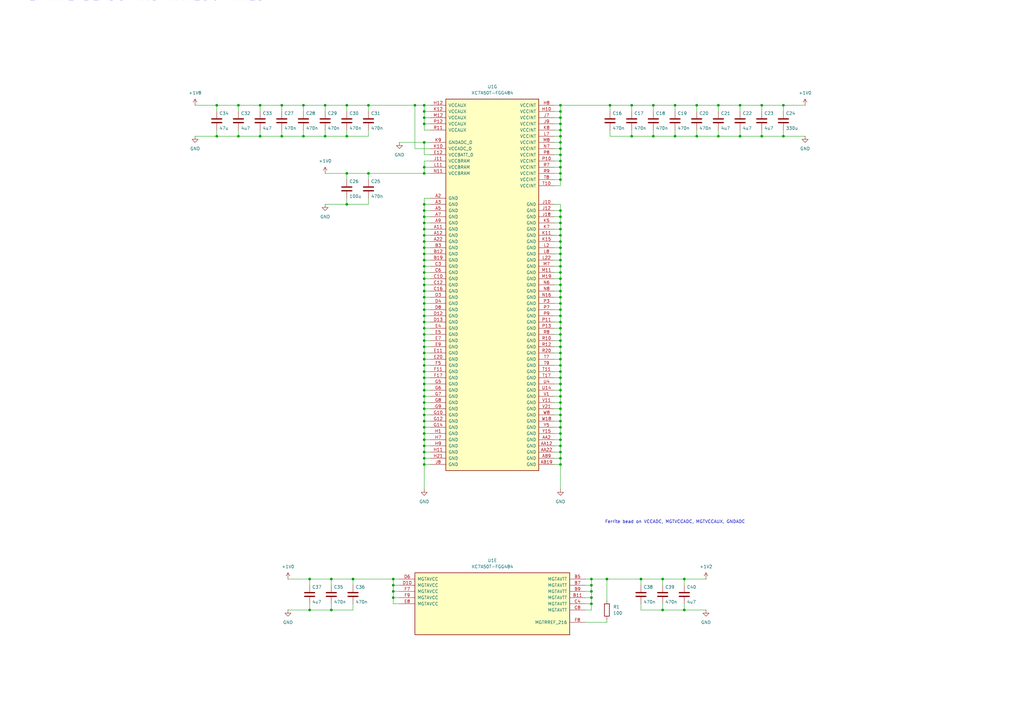
<source format=kicad_sch>
(kicad_sch (version 20250114) (generator "eeschema") (generator_version "9.0")
  (paper "A3")
  (text "FERRITE BEADS AND ANALOG RAILS" (at 58.42 -1.524 0) (effects (font (size 3.81 3.81))))
  (text "Ferrite bead on VCCADC, MGTVCCADC, MGTVCCAUX, GNDADC" (at 276.86 214.122 0) (effects (font (size 1.27 1.27))))
  (junction (at 229.87 167.64))
  (junction (at 229.87 172.72))
  (junction (at 312.42 43.18))
  (junction (at 173.99 106.68))
  (junction (at 229.87 109.22))
  (junction (at 115.57 55.88))
  (junction (at 229.87 111.76))
  (junction (at 229.87 175.26))
  (junction (at 229.87 152.4))
  (junction (at 229.87 190.5))
  (junction (at 229.87 149.86))
  (junction (at 173.99 111.76))
  (junction (at 173.99 86.36))
  (junction (at 242.57 237.49))
  (junction (at 173.99 45.72))
  (junction (at 124.46 43.18))
  (junction (at 88.9 55.88))
  (junction (at 321.31 43.18))
  (junction (at 229.87 132.08))
  (junction (at 229.87 160.02))
  (junction (at 173.99 170.18))
  (junction (at 229.87 144.78))
  (junction (at 229.87 43.18))
  (junction (at 229.87 71.12))
  (junction (at 229.87 157.48))
  (junction (at 173.99 101.6))
  (junction (at 173.99 132.08))
  (junction (at 127 237.49))
  (junction (at 229.87 170.18))
  (junction (at 250.19 43.18))
  (junction (at 173.99 187.96))
  (junction (at 229.87 60.96))
  (junction (at 173.99 175.26))
  (junction (at 127 250.19))
  (junction (at 173.99 50.8))
  (junction (at 229.87 63.5))
  (junction (at 173.99 121.92))
  (junction (at 97.79 55.88))
  (junction (at 173.99 71.12))
  (junction (at 124.46 55.88))
  (junction (at 229.87 93.98))
  (junction (at 173.99 165.1))
  (junction (at 229.87 104.14))
  (junction (at 303.53 43.18))
  (junction (at 242.57 245.11))
  (junction (at 259.08 43.18))
  (junction (at 133.35 43.18))
  (junction (at 229.87 177.8))
  (junction (at 161.29 237.49))
  (junction (at 173.99 83.82))
  (junction (at 262.89 237.49))
  (junction (at 173.99 147.32))
  (junction (at 303.53 55.88))
  (junction (at 142.24 83.82))
  (junction (at 229.87 88.9))
  (junction (at 294.64 55.88))
  (junction (at 229.87 53.34))
  (junction (at 173.99 119.38))
  (junction (at 285.75 55.88))
  (junction (at 229.87 124.46))
  (junction (at 229.87 180.34))
  (junction (at 173.99 93.98))
  (junction (at 276.86 43.18))
  (junction (at 229.87 119.38))
  (junction (at 173.99 104.14))
  (junction (at 142.24 71.12))
  (junction (at 267.97 43.18))
  (junction (at 173.99 114.3))
  (junction (at 229.87 139.7))
  (junction (at 173.99 116.84))
  (junction (at 173.99 99.06))
  (junction (at 229.87 106.68))
  (junction (at 321.31 55.88))
  (junction (at 173.99 177.8))
  (junction (at 173.99 124.46))
  (junction (at 115.57 43.18))
  (junction (at 173.99 109.22))
  (junction (at 97.79 43.18))
  (junction (at 229.87 165.1))
  (junction (at 229.87 55.88))
  (junction (at 312.42 55.88))
  (junction (at 173.99 167.64))
  (junction (at 170.18 43.18))
  (junction (at 229.87 66.04))
  (junction (at 242.57 240.03))
  (junction (at 259.08 55.88))
  (junction (at 173.99 160.02))
  (junction (at 173.99 190.5))
  (junction (at 285.75 43.18))
  (junction (at 229.87 45.72))
  (junction (at 242.57 242.57))
  (junction (at 133.35 55.88))
  (junction (at 173.99 157.48))
  (junction (at 173.99 96.52))
  (junction (at 173.99 142.24))
  (junction (at 280.67 237.49))
  (junction (at 229.87 182.88))
  (junction (at 242.57 247.65))
  (junction (at 229.87 134.62))
  (junction (at 142.24 43.18))
  (junction (at 229.87 121.92))
  (junction (at 229.87 154.94))
  (junction (at 173.99 129.54))
  (junction (at 229.87 147.32))
  (junction (at 173.99 182.88))
  (junction (at 173.99 43.18))
  (junction (at 173.99 134.62))
  (junction (at 229.87 91.44))
  (junction (at 173.99 91.44))
  (junction (at 173.99 162.56))
  (junction (at 229.87 127))
  (junction (at 229.87 96.52))
  (junction (at 161.29 240.03))
  (junction (at 135.89 237.49))
  (junction (at 229.87 129.54))
  (junction (at 161.29 245.11))
  (junction (at 173.99 48.26))
  (junction (at 248.92 237.49))
  (junction (at 173.99 88.9))
  (junction (at 229.87 48.26))
  (junction (at 106.68 43.18))
  (junction (at 229.87 114.3))
  (junction (at 229.87 142.24))
  (junction (at 173.99 68.58))
  (junction (at 229.87 187.96))
  (junction (at 88.9 43.18))
  (junction (at 229.87 101.6))
  (junction (at 294.64 43.18))
  (junction (at 173.99 149.86))
  (junction (at 229.87 162.56))
  (junction (at 229.87 50.8))
  (junction (at 229.87 73.66))
  (junction (at 229.87 86.36))
  (junction (at 229.87 68.58))
  (junction (at 161.29 242.57))
  (junction (at 229.87 185.42))
  (junction (at 173.99 152.4))
  (junction (at 173.99 137.16))
  (junction (at 229.87 137.16))
  (junction (at 173.99 58.42))
  (junction (at 151.13 71.12))
  (junction (at 267.97 55.88))
  (junction (at 173.99 172.72))
  (junction (at 135.89 250.19))
  (junction (at 271.78 250.19))
  (junction (at 280.67 250.19))
  (junction (at 229.87 58.42))
  (junction (at 271.78 237.49))
  (junction (at 173.99 185.42))
  (junction (at 276.86 55.88))
  (junction (at 173.99 127))
  (junction (at 173.99 180.34))
  (junction (at 144.78 237.49))
  (junction (at 173.99 139.7))
  (junction (at 173.99 154.94))
  (junction (at 173.99 144.78))
  (junction (at 229.87 99.06))
  (junction (at 229.87 116.84))
  (junction (at 151.13 43.18))
  (junction (at 106.68 55.88))
  (junction (at 142.24 55.88))
  (wire (pts (xy 173.99 68.58) (xy 173.99 71.12)))
  (wire (pts (xy 248.92 237.49) (xy 242.57 237.49)))
  (wire (pts (xy 173.99 104.14) (xy 176.53 104.14)))
  (wire (pts (xy 229.87 93.98) (xy 229.87 96.52)))
  (wire (pts (xy 173.99 137.16) (xy 176.53 137.16)))
  (wire (pts (xy 229.87 157.48) (xy 229.87 160.02)))
  (wire (pts (xy 173.99 190.5) (xy 173.99 200.66)))
  (wire (pts (xy 227.33 187.96) (xy 229.87 187.96)))
  (wire (pts (xy 173.99 104.14) (xy 173.99 106.68)))
  (wire (pts (xy 173.99 101.6) (xy 173.99 104.14)))
  (wire (pts (xy 173.99 50.8) (xy 176.53 50.8)))
  (wire (pts (xy 303.53 43.18) (xy 294.64 43.18)))
  (wire (pts (xy 173.99 177.8) (xy 173.99 180.34)))
  (wire (pts (xy 242.57 242.57) (xy 240.03 242.57)))
  (wire (pts (xy 250.19 53.34) (xy 250.19 55.88)))
  (wire (pts (xy 259.08 55.88) (xy 250.19 55.88)))
  (wire (pts (xy 173.99 93.98) (xy 176.53 93.98)))
  (wire (pts (xy 229.87 142.24) (xy 229.87 144.78)))
  (wire (pts (xy 142.24 83.82) (xy 151.13 83.82)))
  (wire (pts (xy 173.99 132.08) (xy 173.99 134.62)))
  (wire (pts (xy 248.92 237.49) (xy 248.92 246.38)))
  (wire (pts (xy 248.92 255.27) (xy 248.92 254)))
  (wire (pts (xy 88.9 43.18) (xy 88.9 45.72)))
  (wire (pts (xy 124.46 45.72) (xy 124.46 43.18)))
  (wire (pts (xy 227.33 121.92) (xy 229.87 121.92)))
  (wire (pts (xy 321.31 53.34) (xy 321.31 55.88)))
  (wire (pts (xy 173.99 68.58) (xy 176.53 68.58)))
  (wire (pts (xy 127 237.49) (xy 127 240.03)))
  (wire (pts (xy 227.33 162.56) (xy 229.87 162.56)))
  (wire (pts (xy 173.99 88.9) (xy 176.53 88.9)))
  (wire (pts (xy 80.01 43.18) (xy 88.9 43.18)))
  (wire (pts (xy 173.99 154.94) (xy 173.99 157.48)))
  (wire (pts (xy 229.87 167.64) (xy 229.87 170.18)))
  (wire (pts (xy 229.87 152.4) (xy 229.87 154.94)))
  (wire (pts (xy 229.87 111.76) (xy 229.87 114.3)))
  (wire (pts (xy 173.99 45.72) (xy 173.99 48.26)))
  (wire (pts (xy 229.87 185.42) (xy 229.87 187.96)))
  (wire (pts (xy 229.87 190.5) (xy 229.87 200.66)))
  (wire (pts (xy 229.87 99.06) (xy 229.87 101.6)))
  (wire (pts (xy 285.75 55.88) (xy 276.86 55.88)))
  (wire (pts (xy 229.87 53.34) (xy 229.87 55.88)))
  (wire (pts (xy 227.33 88.9) (xy 229.87 88.9)))
  (wire (pts (xy 173.99 93.98) (xy 173.99 96.52)))
  (wire (pts (xy 330.2 55.88) (xy 321.31 55.88)))
  (wire (pts (xy 227.33 71.12) (xy 229.87 71.12)))
  (wire (pts (xy 227.33 58.42) (xy 229.87 58.42)))
  (wire (pts (xy 173.99 154.94) (xy 176.53 154.94)))
  (wire (pts (xy 227.33 91.44) (xy 229.87 91.44)))
  (wire (pts (xy 173.99 139.7) (xy 173.99 142.24)))
  (wire (pts (xy 97.79 55.88) (xy 106.68 55.88)))
  (wire (pts (xy 242.57 240.03) (xy 242.57 242.57)))
  (wire (pts (xy 248.92 237.49) (xy 262.89 237.49)))
  (wire (pts (xy 173.99 152.4) (xy 173.99 154.94)))
  (wire (pts (xy 227.33 182.88) (xy 229.87 182.88)))
  (wire (pts (xy 250.19 43.18) (xy 229.87 43.18)))
  (wire (pts (xy 229.87 114.3) (xy 229.87 116.84)))
  (wire (pts (xy 173.99 142.24) (xy 173.99 144.78)))
  (wire (pts (xy 294.64 55.88) (xy 285.75 55.88)))
  (wire (pts (xy 321.31 55.88) (xy 312.42 55.88)))
  (wire (pts (xy 229.87 127) (xy 229.87 129.54)))
  (wire (pts (xy 242.57 237.49) (xy 242.57 240.03)))
  (wire (pts (xy 161.29 242.57) (xy 161.29 245.11)))
  (wire (pts (xy 173.99 157.48) (xy 173.99 160.02)))
  (wire (pts (xy 173.99 119.38) (xy 173.99 121.92)))
  (wire (pts (xy 97.79 43.18) (xy 106.68 43.18)))
  (wire (pts (xy 151.13 43.18) (xy 170.18 43.18)))
  (wire (pts (xy 142.24 43.18) (xy 151.13 43.18)))
  (wire (pts (xy 227.33 104.14) (xy 229.87 104.14)))
  (wire (pts (xy 115.57 55.88) (xy 124.46 55.88)))
  (wire (pts (xy 271.78 237.49) (xy 280.67 237.49)))
  (wire (pts (xy 229.87 66.04) (xy 229.87 68.58)))
  (wire (pts (xy 173.99 106.68) (xy 176.53 106.68)))
  (wire (pts (xy 127 237.49) (xy 135.89 237.49)))
  (wire (pts (xy 229.87 63.5) (xy 229.87 66.04)))
  (wire (pts (xy 227.33 55.88) (xy 229.87 55.88)))
  (wire (pts (xy 227.33 180.34) (xy 229.87 180.34)))
  (wire (pts (xy 173.99 160.02) (xy 173.99 162.56)))
  (wire (pts (xy 294.64 43.18) (xy 294.64 45.72)))
  (wire (pts (xy 227.33 119.38) (xy 229.87 119.38)))
  (wire (pts (xy 312.42 43.18) (xy 303.53 43.18)))
  (wire (pts (xy 227.33 101.6) (xy 229.87 101.6)))
  (wire (pts (xy 227.33 190.5) (xy 229.87 190.5)))
  (wire (pts (xy 229.87 60.96) (xy 229.87 63.5)))
  (wire (pts (xy 173.99 187.96) (xy 173.99 190.5)))
  (wire (pts (xy 124.46 55.88) (xy 124.46 53.34)))
  (wire (pts (xy 227.33 137.16) (xy 229.87 137.16)))
  (wire (pts (xy 124.46 43.18) (xy 133.35 43.18)))
  (wire (pts (xy 97.79 55.88) (xy 97.79 53.34)))
  (wire (pts (xy 229.87 45.72) (xy 229.87 48.26)))
  (wire (pts (xy 227.33 132.08) (xy 229.87 132.08)))
  (wire (pts (xy 173.99 114.3) (xy 173.99 116.84)))
  (wire (pts (xy 173.99 83.82) (xy 173.99 86.36)))
  (wire (pts (xy 227.33 60.96) (xy 229.87 60.96)))
  (wire (pts (xy 227.33 53.34) (xy 229.87 53.34)))
  (wire (pts (xy 142.24 55.88) (xy 151.13 55.88)))
  (wire (pts (xy 173.99 68.58) (xy 173.99 66.04)))
  (wire (pts (xy 227.33 66.04) (xy 229.87 66.04)))
  (wire (pts (xy 161.29 245.11) (xy 161.29 247.65)))
  (wire (pts (xy 127 250.19) (xy 135.89 250.19)))
  (wire (pts (xy 173.99 91.44) (xy 173.99 93.98)))
  (wire (pts (xy 173.99 180.34) (xy 173.99 182.88)))
  (wire (pts (xy 173.99 106.68) (xy 173.99 109.22)))
  (wire (pts (xy 229.87 101.6) (xy 229.87 104.14)))
  (wire (pts (xy 124.46 55.88) (xy 133.35 55.88)))
  (wire (pts (xy 115.57 55.88) (xy 115.57 53.34)))
  (wire (pts (xy 173.99 96.52) (xy 176.53 96.52)))
  (wire (pts (xy 276.86 43.18) (xy 276.86 45.72)))
  (wire (pts (xy 173.99 149.86) (xy 176.53 149.86)))
  (wire (pts (xy 173.99 121.92) (xy 176.53 121.92)))
  (wire (pts (xy 267.97 55.88) (xy 259.08 55.88)))
  (wire (pts (xy 173.99 182.88) (xy 173.99 185.42)))
  (wire (pts (xy 173.99 147.32) (xy 176.53 147.32)))
  (wire (pts (xy 173.99 142.24) (xy 176.53 142.24)))
  (wire (pts (xy 227.33 106.68) (xy 229.87 106.68)))
  (wire (pts (xy 173.99 167.64) (xy 176.53 167.64)))
  (wire (pts (xy 229.87 187.96) (xy 229.87 190.5)))
  (wire (pts (xy 173.99 187.96) (xy 176.53 187.96)))
  (wire (pts (xy 173.99 175.26) (xy 173.99 177.8)))
  (wire (pts (xy 173.99 172.72) (xy 176.53 172.72)))
  (wire (pts (xy 173.99 121.92) (xy 173.99 124.46)))
  (wire (pts (xy 133.35 83.82) (xy 142.24 83.82)))
  (wire (pts (xy 262.89 240.03) (xy 262.89 237.49)))
  (wire (pts (xy 227.33 152.4) (xy 229.87 152.4)))
  (wire (pts (xy 173.99 180.34) (xy 176.53 180.34)))
  (wire (pts (xy 163.83 58.42) (xy 173.99 58.42)))
  (wire (pts (xy 161.29 247.65) (xy 163.83 247.65)))
  (wire (pts (xy 173.99 190.5) (xy 176.53 190.5)))
  (wire (pts (xy 176.53 60.96) (xy 170.18 60.96)))
  (wire (pts (xy 312.42 53.34) (xy 312.42 55.88)))
  (wire (pts (xy 229.87 175.26) (xy 229.87 177.8)))
  (wire (pts (xy 227.33 167.64) (xy 229.87 167.64)))
  (wire (pts (xy 173.99 129.54) (xy 176.53 129.54)))
  (wire (pts (xy 135.89 250.19) (xy 144.78 250.19)))
  (wire (pts (xy 173.99 111.76) (xy 173.99 114.3)))
  (wire (pts (xy 227.33 142.24) (xy 229.87 142.24)))
  (wire (pts (xy 173.99 86.36) (xy 173.99 88.9)))
  (wire (pts (xy 289.56 250.19) (xy 280.67 250.19)))
  (wire (pts (xy 173.99 81.28) (xy 173.99 83.82)))
  (wire (pts (xy 229.87 139.7) (xy 229.87 142.24)))
  (wire (pts (xy 229.87 86.36) (xy 229.87 88.9)))
  (wire (pts (xy 229.87 119.38) (xy 229.87 121.92)))
  (wire (pts (xy 259.08 53.34) (xy 259.08 55.88)))
  (wire (pts (xy 262.89 237.49) (xy 271.78 237.49)))
  (wire (pts (xy 242.57 247.65) (xy 242.57 250.19)))
  (wire (pts (xy 133.35 55.88) (xy 133.35 53.34)))
  (wire (pts (xy 229.87 116.84) (xy 229.87 119.38)))
  (wire (pts (xy 133.35 45.72) (xy 133.35 43.18)))
  (wire (pts (xy 229.87 137.16) (xy 229.87 139.7)))
  (wire (pts (xy 229.87 68.58) (xy 229.87 71.12)))
  (wire (pts (xy 170.18 43.18) (xy 170.18 60.96)))
  (wire (pts (xy 142.24 45.72) (xy 142.24 43.18)))
  (wire (pts (xy 227.33 83.82) (xy 229.87 83.82)))
  (wire (pts (xy 173.99 185.42) (xy 173.99 187.96)))
  (wire (pts (xy 229.87 50.8) (xy 229.87 53.34)))
  (wire (pts (xy 173.99 63.5) (xy 173.99 58.42)))
  (wire (pts (xy 106.68 55.88) (xy 115.57 55.88)))
  (wire (pts (xy 229.87 165.1) (xy 229.87 167.64)))
  (wire (pts (xy 144.78 240.03) (xy 144.78 237.49)))
  (wire (pts (xy 312.42 43.18) (xy 312.42 45.72)))
  (wire (pts (xy 227.33 45.72) (xy 229.87 45.72)))
  (wire (pts (xy 267.97 45.72) (xy 267.97 43.18)))
  (wire (pts (xy 127 250.19) (xy 127 247.65)))
  (wire (pts (xy 227.33 73.66) (xy 229.87 73.66)))
  (wire (pts (xy 161.29 240.03) (xy 163.83 240.03)))
  (wire (pts (xy 229.87 144.78) (xy 229.87 147.32)))
  (wire (pts (xy 173.99 109.22) (xy 176.53 109.22)))
  (wire (pts (xy 97.79 43.18) (xy 97.79 45.72)))
  (wire (pts (xy 259.08 43.18) (xy 250.19 43.18)))
  (wire (pts (xy 229.87 149.86) (xy 229.87 152.4)))
  (wire (pts (xy 229.87 180.34) (xy 229.87 182.88)))
  (wire (pts (xy 173.99 45.72) (xy 176.53 45.72)))
  (wire (pts (xy 229.87 147.32) (xy 229.87 149.86)))
  (wire (pts (xy 173.99 134.62) (xy 173.99 137.16)))
  (wire (pts (xy 173.99 99.06) (xy 176.53 99.06)))
  (wire (pts (xy 229.87 109.22) (xy 229.87 111.76)))
  (wire (pts (xy 173.99 83.82) (xy 176.53 83.82)))
  (wire (pts (xy 280.67 237.49) (xy 280.67 240.03)))
  (wire (pts (xy 173.99 96.52) (xy 173.99 99.06)))
  (wire (pts (xy 227.33 157.48) (xy 229.87 157.48)))
  (wire (pts (xy 173.99 137.16) (xy 173.99 139.7)))
  (wire (pts (xy 133.35 55.88) (xy 142.24 55.88)))
  (wire (pts (xy 227.33 50.8) (xy 229.87 50.8)))
  (wire (pts (xy 106.68 43.18) (xy 106.68 45.72)))
  (wire (pts (xy 259.08 43.18) (xy 259.08 45.72)))
  (wire (pts (xy 227.33 185.42) (xy 229.87 185.42)))
  (wire (pts (xy 173.99 114.3) (xy 176.53 114.3)))
  (wire (pts (xy 173.99 127) (xy 176.53 127)))
  (wire (pts (xy 321.31 43.18) (xy 321.31 45.72)))
  (wire (pts (xy 173.99 170.18) (xy 176.53 170.18)))
  (wire (pts (xy 144.78 237.49) (xy 161.29 237.49)))
  (wire (pts (xy 151.13 81.28) (xy 151.13 83.82)))
  (wire (pts (xy 229.87 162.56) (xy 229.87 165.1)))
  (wire (pts (xy 151.13 73.66) (xy 151.13 71.12)))
  (wire (pts (xy 173.99 58.42) (xy 176.53 58.42)))
  (wire (pts (xy 242.57 242.57) (xy 242.57 245.11)))
  (wire (pts (xy 142.24 71.12) (xy 142.24 73.66)))
  (wire (pts (xy 106.68 43.18) (xy 115.57 43.18)))
  (wire (pts (xy 280.67 250.19) (xy 271.78 250.19)))
  (wire (pts (xy 227.33 76.2) (xy 229.87 76.2)))
  (wire (pts (xy 118.11 250.19) (xy 127 250.19)))
  (wire (pts (xy 276.86 43.18) (xy 267.97 43.18)))
  (wire (pts (xy 161.29 237.49) (xy 163.83 237.49)))
  (wire (pts (xy 289.56 237.49) (xy 280.67 237.49)))
  (wire (pts (xy 227.33 127) (xy 229.87 127)))
  (wire (pts (xy 227.33 160.02) (xy 229.87 160.02)))
  (wire (pts (xy 151.13 71.12) (xy 173.99 71.12)))
  (wire (pts (xy 250.19 45.72) (xy 250.19 43.18)))
  (wire (pts (xy 303.53 55.88) (xy 294.64 55.88)))
  (wire (pts (xy 173.99 144.78) (xy 176.53 144.78)))
  (wire (pts (xy 135.89 240.03) (xy 135.89 237.49)))
  (wire (pts (xy 173.99 165.1) (xy 176.53 165.1)))
  (wire (pts (xy 133.35 43.18) (xy 142.24 43.18)))
  (wire (pts (xy 229.87 182.88) (xy 229.87 185.42)))
  (wire (pts (xy 227.33 154.94) (xy 229.87 154.94)))
  (wire (pts (xy 173.99 149.86) (xy 173.99 152.4)))
  (wire (pts (xy 227.33 111.76) (xy 229.87 111.76)))
  (wire (pts (xy 173.99 175.26) (xy 176.53 175.26)))
  (wire (pts (xy 242.57 237.49) (xy 240.03 237.49)))
  (wire (pts (xy 229.87 129.54) (xy 229.87 132.08)))
  (wire (pts (xy 135.89 237.49) (xy 144.78 237.49)))
  (wire (pts (xy 173.99 177.8) (xy 176.53 177.8)))
  (wire (pts (xy 115.57 45.72) (xy 115.57 43.18)))
  (wire (pts (xy 88.9 55.88) (xy 88.9 53.34)))
  (wire (pts (xy 173.99 43.18) (xy 173.99 45.72)))
  (wire (pts (xy 173.99 88.9) (xy 173.99 91.44)))
  (wire (pts (xy 173.99 162.56) (xy 173.99 165.1)))
  (wire (pts (xy 173.99 162.56) (xy 176.53 162.56)))
  (wire (pts (xy 227.33 149.86) (xy 229.87 149.86)))
  (wire (pts (xy 142.24 81.28) (xy 142.24 83.82)))
  (wire (pts (xy 161.29 237.49) (xy 161.29 240.03)))
  (wire (pts (xy 173.99 147.32) (xy 173.99 149.86)))
  (wire (pts (xy 227.33 93.98) (xy 229.87 93.98)))
  (wire (pts (xy 173.99 170.18) (xy 173.99 172.72)))
  (wire (pts (xy 229.87 48.26) (xy 229.87 50.8)))
  (wire (pts (xy 173.99 81.28) (xy 176.53 81.28)))
  (wire (pts (xy 229.87 104.14) (xy 229.87 106.68)))
  (wire (pts (xy 173.99 50.8) (xy 173.99 53.34)))
  (wire (pts (xy 227.33 48.26) (xy 229.87 48.26)))
  (wire (pts (xy 173.99 134.62) (xy 176.53 134.62)))
  (wire (pts (xy 229.87 132.08) (xy 229.87 134.62)))
  (wire (pts (xy 227.33 124.46) (xy 229.87 124.46)))
  (wire (pts (xy 173.99 167.64) (xy 173.99 170.18)))
  (wire (pts (xy 173.99 109.22) (xy 173.99 111.76)))
  (wire (pts (xy 106.68 55.88) (xy 106.68 53.34)))
  (wire (pts (xy 229.87 58.42) (xy 229.87 60.96)))
  (wire (pts (xy 271.78 250.19) (xy 271.78 247.65)))
  (wire (pts (xy 229.87 88.9) (xy 229.87 91.44)))
  (wire (pts (xy 229.87 121.92) (xy 229.87 124.46)))
  (wire (pts (xy 227.33 86.36) (xy 229.87 86.36)))
  (wire (pts (xy 229.87 73.66) (xy 229.87 76.2)))
  (wire (pts (xy 115.57 43.18) (xy 124.46 43.18)))
  (wire (pts (xy 173.99 127) (xy 173.99 129.54)))
  (wire (pts (xy 276.86 53.34) (xy 276.86 55.88)))
  (wire (pts (xy 227.33 109.22) (xy 229.87 109.22)))
  (wire (pts (xy 173.99 43.18) (xy 176.53 43.18)))
  (wire (pts (xy 242.57 245.11) (xy 242.57 247.65)))
  (wire (pts (xy 173.99 86.36) (xy 176.53 86.36)))
  (wire (pts (xy 173.99 101.6) (xy 176.53 101.6)))
  (wire (pts (xy 229.87 172.72) (xy 229.87 175.26)))
  (wire (pts (xy 142.24 55.88) (xy 142.24 53.34)))
  (wire (pts (xy 151.13 55.88) (xy 151.13 53.34)))
  (wire (pts (xy 227.33 68.58) (xy 229.87 68.58)))
  (wire (pts (xy 276.86 55.88) (xy 267.97 55.88)))
  (wire (pts (xy 227.33 139.7) (xy 229.87 139.7)))
  (wire (pts (xy 229.87 55.88) (xy 229.87 58.42)))
  (wire (pts (xy 173.99 91.44) (xy 176.53 91.44)))
  (wire (pts (xy 242.57 240.03) (xy 240.03 240.03)))
  (wire (pts (xy 227.33 147.32) (xy 229.87 147.32)))
  (wire (pts (xy 161.29 240.03) (xy 161.29 242.57)))
  (wire (pts (xy 242.57 247.65) (xy 240.03 247.65)))
  (wire (pts (xy 227.33 116.84) (xy 229.87 116.84)))
  (wire (pts (xy 285.75 45.72) (xy 285.75 43.18)))
  (wire (pts (xy 229.87 134.62) (xy 229.87 137.16)))
  (wire (pts (xy 227.33 144.78) (xy 229.87 144.78)))
  (wire (pts (xy 173.99 116.84) (xy 176.53 116.84)))
  (wire (pts (xy 303.53 53.34) (xy 303.53 55.88)))
  (wire (pts (xy 240.03 255.27) (xy 248.92 255.27)))
  (wire (pts (xy 173.99 165.1) (xy 173.99 167.64)))
  (wire (pts (xy 173.99 152.4) (xy 176.53 152.4)))
  (wire (pts (xy 271.78 240.03) (xy 271.78 237.49)))
  (wire (pts (xy 321.31 43.18) (xy 312.42 43.18)))
  (wire (pts (xy 173.99 111.76) (xy 176.53 111.76)))
  (wire (pts (xy 229.87 124.46) (xy 229.87 127)))
  (wire (pts (xy 173.99 48.26) (xy 176.53 48.26)))
  (wire (pts (xy 312.42 55.88) (xy 303.53 55.88)))
  (wire (pts (xy 227.33 129.54) (xy 229.87 129.54)))
  (wire (pts (xy 242.57 245.11) (xy 240.03 245.11)))
  (wire (pts (xy 227.33 177.8) (xy 229.87 177.8)))
  (wire (pts (xy 133.35 71.12) (xy 142.24 71.12)))
  (wire (pts (xy 285.75 53.34) (xy 285.75 55.88)))
  (wire (pts (xy 173.99 116.84) (xy 173.99 119.38)))
  (wire (pts (xy 173.99 48.26) (xy 173.99 50.8)))
  (wire (pts (xy 262.89 250.19) (xy 262.89 247.65)))
  (wire (pts (xy 173.99 124.46) (xy 176.53 124.46)))
  (wire (pts (xy 229.87 71.12) (xy 229.87 73.66)))
  (wire (pts (xy 229.87 43.18) (xy 229.87 45.72)))
  (wire (pts (xy 303.53 45.72) (xy 303.53 43.18)))
  (wire (pts (xy 173.99 144.78) (xy 173.99 147.32)))
  (wire (pts (xy 151.13 45.72) (xy 151.13 43.18)))
  (wire (pts (xy 229.87 91.44) (xy 229.87 93.98)))
  (wire (pts (xy 173.99 119.38) (xy 176.53 119.38)))
  (wire (pts (xy 173.99 139.7) (xy 176.53 139.7)))
  (wire (pts (xy 170.18 43.18) (xy 173.99 43.18)))
  (wire (pts (xy 229.87 170.18) (xy 229.87 172.72)))
  (wire (pts (xy 227.33 170.18) (xy 229.87 170.18)))
  (wire (pts (xy 227.33 99.06) (xy 229.87 99.06)))
  (wire (pts (xy 173.99 172.72) (xy 173.99 175.26)))
  (wire (pts (xy 173.99 66.04) (xy 176.53 66.04)))
  (wire (pts (xy 229.87 106.68) (xy 229.87 109.22)))
  (wire (pts (xy 80.01 55.88) (xy 88.9 55.88)))
  (wire (pts (xy 173.99 71.12) (xy 176.53 71.12)))
  (wire (pts (xy 227.33 172.72) (xy 229.87 172.72)))
  (wire (pts (xy 173.99 132.08) (xy 176.53 132.08)))
  (wire (pts (xy 173.99 185.42) (xy 176.53 185.42)))
  (wire (pts (xy 173.99 182.88) (xy 176.53 182.88)))
  (wire (pts (xy 229.87 177.8) (xy 229.87 180.34)))
  (wire (pts (xy 229.87 83.82) (xy 229.87 86.36)))
  (wire (pts (xy 229.87 96.52) (xy 229.87 99.06)))
  (wire (pts (xy 294.64 43.18) (xy 285.75 43.18)))
  (wire (pts (xy 285.75 43.18) (xy 276.86 43.18)))
  (wire (pts (xy 271.78 250.19) (xy 262.89 250.19)))
  (wire (pts (xy 227.33 63.5) (xy 229.87 63.5)))
  (wire (pts (xy 173.99 124.46) (xy 173.99 127)))
  (wire (pts (xy 227.33 134.62) (xy 229.87 134.62)))
  (wire (pts (xy 227.33 175.26) (xy 229.87 175.26)))
  (wire (pts (xy 229.87 160.02) (xy 229.87 162.56)))
  (wire (pts (xy 227.33 43.18) (xy 229.87 43.18)))
  (wire (pts (xy 173.99 53.34) (xy 176.53 53.34)))
  (wire (pts (xy 161.29 242.57) (xy 163.83 242.57)))
  (wire (pts (xy 267.97 53.34) (xy 267.97 55.88)))
  (wire (pts (xy 227.33 96.52) (xy 229.87 96.52)))
  (wire (pts (xy 142.24 71.12) (xy 151.13 71.12)))
  (wire (pts (xy 242.57 250.19) (xy 240.03 250.19)))
  (wire (pts (xy 280.67 250.19) (xy 280.67 247.65)))
  (wire (pts (xy 161.29 245.11) (xy 163.83 245.11)))
  (wire (pts (xy 173.99 99.06) (xy 173.99 101.6)))
  (wire (pts (xy 88.9 43.18) (xy 97.79 43.18)))
  (wire (pts (xy 173.99 129.54) (xy 173.99 132.08)))
  (wire (pts (xy 227.33 165.1) (xy 229.87 165.1)))
  (wire (pts (xy 227.33 114.3) (xy 229.87 114.3)))
  (wire (pts (xy 229.87 154.94) (xy 229.87 157.48)))
  (wire (pts (xy 330.2 43.18) (xy 321.31 43.18)))
  (wire (pts (xy 135.89 250.19) (xy 135.89 247.65)))
  (wire (pts (xy 176.53 63.5) (xy 173.99 63.5)))
  (wire (pts (xy 118.11 237.49) (xy 127 237.49)))
  (wire (pts (xy 88.9 55.88) (xy 97.79 55.88)))
  (wire (pts (xy 173.99 157.48) (xy 176.53 157.48)))
  (wire (pts (xy 294.64 53.34) (xy 294.64 55.88)))
  (wire (pts (xy 144.78 250.19) (xy 144.78 247.65)))
  (wire (pts (xy 267.97 43.18) (xy 259.08 43.18)))
  (wire (pts (xy 173.99 160.02) (xy 176.53 160.02)))
  (symbol (lib_id "power:GND") (at 289.56 250.19 0) (unit 1)
    (property "Reference" "#PWR017" (effects (hide yes)))
    (property "Value" "GND" (at 289.56 255.27 0))
    (property "Description" "Power symbol creates a global label with name \"GND\" , ground" (effects (hide yes)))
  )
  (symbol (lib_id "Device:C") (at 151.13 49.53 0) (unit 1)
    (property "Reference" "C31" (at 152.146 46.482 0) (effects (justify left)))
    (property "Value" "470n" (at 152.146 52.578 0) (effects (justify left)))
    (property "Description" "Unpolarized capacitor" (effects (hide yes)))
  )
  (symbol (lib_id "Device:C") (at 88.9 49.53 0) (unit 1)
    (property "Reference" "C34" (at 89.916 46.482 0) (effects (justify left)))
    (property "Value" "47u" (at 89.916 52.578 0) (effects (justify left)))
    (property "Description" "Unpolarized capacitor" (effects (hide yes)))
  )
  (symbol (lib_id "power:GND") (at 133.35 83.82 0) (unit 1)
    (property "Reference" "#PWR014" (effects (hide yes)))
    (property "Value" "GND" (at 133.35 88.9 0))
    (property "Description" "Power symbol creates a global label with name \"GND\" , ground" (effects (hide yes)))
  )
  (symbol (lib_id "power:+1V2") (at 289.56 237.49 0) (unit 1)
    (property "Reference" "#PWR09" (effects (hide yes)))
    (property "Value" "+1V2" (at 289.56 232.41 0))
    (property "Description" "Power symbol creates a global label with name \"+1V2\"" (effects (hide yes)))
  )
  (symbol (lib_id "power:+1V0") (at 133.35 71.12 0) (unit 1)
    (property "Reference" "#PWR012" (effects (hide yes)))
    (property "Value" "+1V0" (at 133.35 66.04 0))
    (property "Description" "Power symbol creates a global label with name \"+1V0\"" (effects (hide yes)))
  )
  (symbol (lib_id "Device:C") (at 142.24 49.53 0) (unit 1)
    (property "Reference" "C30" (at 143.256 46.482 0) (effects (justify left)))
    (property "Value" "470n" (at 143.256 52.578 0) (effects (justify left)))
    (property "Description" "Unpolarized capacitor" (effects (hide yes)))
  )
  (symbol (lib_id "Device:C") (at 303.53 49.53 0) (unit 1)
    (property "Reference" "C22" (at 304.546 46.482 0) (effects (justify left)))
    (property "Value" "4u7" (at 304.546 52.578 0) (effects (justify left)))
    (property "Description" "Unpolarized capacitor" (effects (hide yes)))
  )
  (symbol (lib_id "power:GND") (at 330.2 55.88 0) (unit 1)
    (property "Reference" "#PWR011" (effects (hide yes)))
    (property "Value" "GND" (at 330.2 60.96 0))
    (property "Description" "Power symbol creates a global label with name \"GND\" , ground" (effects (hide yes)))
  )
  (symbol (lib_id "Device:C") (at 294.64 49.53 0) (unit 1)
    (property "Reference" "C21" (at 295.656 46.482 0) (effects (justify left)))
    (property "Value" "4u7" (at 295.656 52.578 0) (effects (justify left)))
    (property "Description" "Unpolarized capacitor" (effects (hide yes)))
  )
  (symbol (lib_id "Device:C") (at 321.31 49.53 0) (unit 1)
    (property "Reference" "C24" (at 322.326 46.482 0) (effects (justify left)))
    (property "Value" "330u" (at 322.326 52.578 0) (effects (justify left)))
    (property "Description" "Unpolarized capacitor" (effects (hide yes)))
  )
  (symbol (lib_id "Device:C") (at 97.79 49.53 0) (unit 1)
    (property "Reference" "C32" (at 98.806 46.482 0) (effects (justify left)))
    (property "Value" "4u7" (at 98.806 52.578 0) (effects (justify left)))
    (property "Description" "Unpolarized capacitor" (effects (hide yes)))
  )
  (symbol (lib_id "Device:C") (at 142.24 77.47 0) (unit 1)
    (property "Reference" "C26" (at 143.256 74.422 0) (effects (justify left)))
    (property "Value" "100u" (at 143.256 80.518 0) (effects (justify left)))
    (property "Description" "Unpolarized capacitor" (effects (hide yes)))
  )
  (symbol (lib_id "FPGA_Xilinx_Artix7:XC7A50T-FGG484") (at 201.93 116.84 0) (unit 7)
    (property "Reference" "U1" (at 201.93 35.56 0))
    (property "Value" "XC7A50T-FGG484" (at 201.93 38.1 0))
    (property "Footprint" "Package_BGA:Xilinx_FGG484" (effects (hide yes)))
    (property "Description" "Artix 7 T 50 XC7A50T-FGG484" (effects (hide yes)))
  )
  (symbol (lib_id "Device:C") (at 127 243.84 0) (unit 1)
    (property "Reference" "C37" (at 128.016 240.792 0) (effects (justify left)))
    (property "Value" "4u7" (at 128.016 246.888 0) (effects (justify left)))
    (property "Description" "Unpolarized capacitor" (effects (hide yes)))
  )
  (symbol (lib_id "Device:R") (at 248.92 250.19 180) (unit 1)
    (property "Reference" "R1" (at 251.46 248.9199 0) (effects (justify right)))
    (property "Value" "100" (at 251.46 251.4599 0) (effects (justify right)))
    (property "Description" "Resistor" (effects (hide yes)))
  )
  (symbol (lib_id "power:GND") (at 163.83 58.42 0) (unit 1)
    (property "Reference" "#PWR013" (effects (hide yes)))
    (property "Value" "GND" (at 163.83 63.5 0))
    (property "Description" "Power symbol creates a global label with name \"GND\" , ground" (effects (hide yes)))
  )
  (symbol (lib_id "Device:C") (at 151.13 77.47 0) (unit 1)
    (property "Reference" "C25" (at 152.146 74.422 0) (effects (justify left)))
    (property "Value" "470n" (at 152.146 80.518 0) (effects (justify left)))
    (property "Description" "Unpolarized capacitor" (effects (hide yes)))
  )
  (symbol (lib_id "Device:C") (at 259.08 49.53 0) (unit 1)
    (property "Reference" "C17" (at 260.096 46.482 0) (effects (justify left)))
    (property "Value" "470n" (at 260.096 52.578 0) (effects (justify left)))
    (property "Description" "Unpolarized capacitor" (effects (hide yes)))
  )
  (symbol (lib_id "Device:C") (at 124.46 49.53 0) (unit 1)
    (property "Reference" "C28" (at 125.476 46.482 0) (effects (justify left)))
    (property "Value" "470n" (at 125.476 52.578 0) (effects (justify left)))
    (property "Description" "Unpolarized capacitor" (effects (hide yes)))
  )
  (symbol (lib_id "Device:C") (at 106.68 49.53 0) (unit 1)
    (property "Reference" "C33" (at 107.696 46.482 0) (effects (justify left)))
    (property "Value" "4u7" (at 107.696 52.578 0) (effects (justify left)))
    (property "Description" "Unpolarized capacitor" (effects (hide yes)))
  )
  (symbol (lib_id "power:+1V0") (at 118.11 237.49 0) (unit 1)
    (property "Reference" "#PWR010" (effects (hide yes)))
    (property "Value" "+1V0" (at 118.11 232.41 0))
    (property "Description" "Power symbol creates a global label with name \"+1V0\"" (effects (hide yes)))
  )
  (symbol (lib_id "Device:C") (at 267.97 49.53 0) (unit 1)
    (property "Reference" "C18" (at 268.986 46.482 0) (effects (justify left)))
    (property "Value" "470n" (at 268.986 52.578 0) (effects (justify left)))
    (property "Description" "Unpolarized capacitor" (effects (hide yes)))
  )
  (symbol (lib_id "Device:C") (at 135.89 243.84 0) (unit 1)
    (property "Reference" "C35" (at 136.906 240.792 0) (effects (justify left)))
    (property "Value" "470n" (at 136.906 246.888 0) (effects (justify left)))
    (property "Description" "Unpolarized capacitor" (effects (hide yes)))
  )
  (symbol (lib_id "Device:C") (at 115.57 49.53 0) (unit 1)
    (property "Reference" "C27" (at 116.586 46.482 0) (effects (justify left)))
    (property "Value" "470n" (at 116.586 52.578 0) (effects (justify left)))
    (property "Description" "Unpolarized capacitor" (effects (hide yes)))
  )
  (symbol (lib_id "Device:C") (at 280.67 243.84 0) (unit 1)
    (property "Reference" "C40" (at 281.686 240.792 0) (effects (justify left)))
    (property "Value" "4u7" (at 281.686 246.888 0) (effects (justify left)))
    (property "Description" "Unpolarized capacitor" (effects (hide yes)))
  )
  (symbol (lib_id "Device:C") (at 285.75 49.53 0) (unit 1)
    (property "Reference" "C20" (at 286.766 46.482 0) (effects (justify left)))
    (property "Value" "470n" (at 286.766 52.578 0) (effects (justify left)))
    (property "Description" "Unpolarized capacitor" (effects (hide yes)))
  )
  (symbol (lib_id "Device:C") (at 271.78 243.84 0) (unit 1)
    (property "Reference" "C39" (at 272.796 240.792 0) (effects (justify left)))
    (property "Value" "470n" (at 272.796 246.888 0) (effects (justify left)))
    (property "Description" "Unpolarized capacitor" (effects (hide yes)))
  )
  (symbol (lib_id "Device:C") (at 262.89 243.84 0) (unit 1)
    (property "Reference" "C38" (at 263.906 240.792 0) (effects (justify left)))
    (property "Value" "470n" (at 263.906 246.888 0) (effects (justify left)))
    (property "Description" "Unpolarized capacitor" (effects (hide yes)))
  )
  (symbol (lib_id "power:GND") (at 173.99 200.66 0) (unit 1)
    (property "Reference" "#PWR05" (effects (hide yes)))
    (property "Value" "GND" (at 173.99 205.74 0))
    (property "Description" "Power symbol creates a global label with name \"GND\" , ground" (effects (hide yes)))
  )
  (symbol (lib_id "Device:C") (at 312.42 49.53 0) (unit 1)
    (property "Reference" "C23" (at 313.436 46.482 0) (effects (justify left)))
    (property "Value" "4u7" (at 313.436 52.578 0) (effects (justify left)))
    (property "Description" "Unpolarized capacitor" (effects (hide yes)))
  )
  (symbol (lib_id "power:GND") (at 229.87 200.66 0) (unit 1)
    (property "Reference" "#PWR06" (effects (hide yes)))
    (property "Value" "GND" (at 229.87 205.74 0))
    (property "Description" "Power symbol creates a global label with name \"GND\" , ground" (effects (hide yes)))
  )
  (symbol (lib_id "Device:C") (at 250.19 49.53 0) (unit 1)
    (property "Reference" "C16" (at 251.206 46.482 0) (effects (justify left)))
    (property "Value" "470n" (at 251.206 52.578 0) (effects (justify left)))
    (property "Description" "Unpolarized capacitor" (effects (hide yes)))
  )
  (symbol (lib_id "power:GND") (at 80.01 55.88 0) (unit 1)
    (property "Reference" "#PWR015" (effects (hide yes)))
    (property "Value" "GND" (at 80.01 60.96 0))
    (property "Description" "Power symbol creates a global label with name \"GND\" , ground" (effects (hide yes)))
  )
  (symbol (lib_id "FPGA_Xilinx_Artix7:XC7A50T-FGG484") (at 201.93 247.65 0) (unit 5)
    (property "Reference" "U1" (at 201.93 229.87 0))
    (property "Value" "XC7A50T-FGG484" (at 201.93 232.41 0))
    (property "Footprint" "Package_BGA:Xilinx_FGG484" (effects (hide yes)))
    (property "Description" "Artix 7 T 50 XC7A50T-FGG484" (effects (hide yes)))
  )
  (symbol (lib_id "Device:C") (at 144.78 243.84 0) (unit 1)
    (property "Reference" "C36" (at 145.796 240.792 0) (effects (justify left)))
    (property "Value" "470n" (at 145.796 246.888 0) (effects (justify left)))
    (property "Description" "Unpolarized capacitor" (effects (hide yes)))
  )
  (symbol (lib_id "Device:C") (at 133.35 49.53 0) (unit 1)
    (property "Reference" "C29" (at 134.366 46.482 0) (effects (justify left)))
    (property "Value" "470n" (at 134.366 52.578 0) (effects (justify left)))
    (property "Description" "Unpolarized capacitor" (effects (hide yes)))
  )
  (symbol (lib_id "Device:C") (at 276.86 49.53 0) (unit 1)
    (property "Reference" "C19" (at 277.876 46.482 0) (effects (justify left)))
    (property "Value" "470n" (at 277.876 52.578 0) (effects (justify left)))
    (property "Description" "Unpolarized capacitor" (effects (hide yes)))
  )
  (symbol (lib_id "power:+1V0") (at 330.2 43.18 0) (unit 1)
    (property "Reference" "#PWR07" (effects (hide yes)))
    (property "Value" "+1V0" (at 330.2 38.1 0))
    (property "Description" "Power symbol creates a global label with name \"+1V0\"" (effects (hide yes)))
  )
  (symbol (lib_id "power:+1V8") (at 80.01 43.18 0) (unit 1)
    (property "Reference" "#PWR08" (effects (hide yes)))
    (property "Value" "+1V8" (at 80.01 38.1 0))
    (property "Description" "Power symbol creates a global label with name \"+1V8\"" (effects (hide yes)))
  )
  (symbol (lib_id "power:GND") (at 118.11 250.19 0) (unit 1)
    (property "Reference" "#PWR016" (effects (hide yes)))
    (property "Value" "GND" (at 118.11 255.27 0))
    (property "Description" "Power symbol creates a global label with name \"GND\" , ground" (effects (hide yes)))
  )
)
</source>
